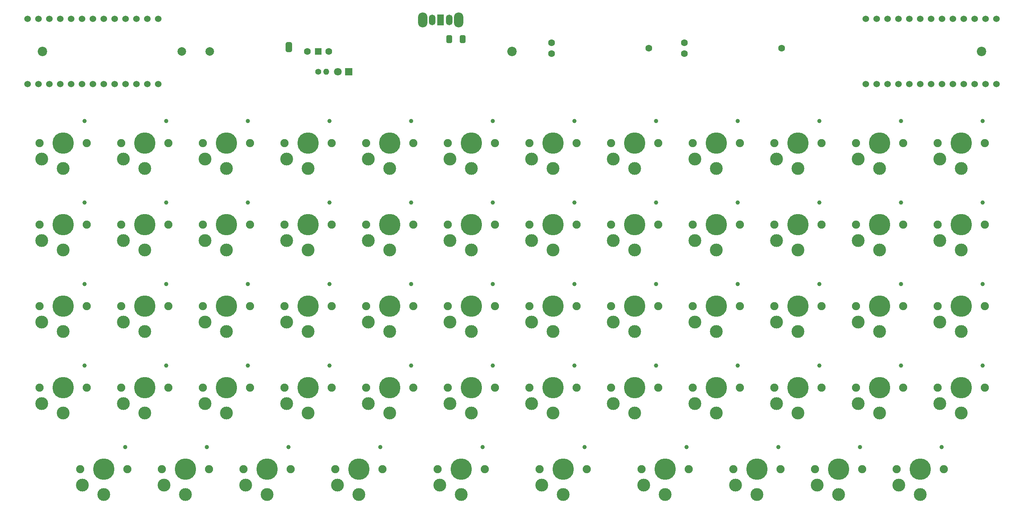
<source format=gbr>
%TF.GenerationSoftware,KiCad,Pcbnew,9.0.1*%
%TF.CreationDate,2025-05-11T16:24:07+09:00*%
%TF.ProjectId,Thinpact,5468696e-7061-4637-942e-6b696361645f,rev?*%
%TF.SameCoordinates,Original*%
%TF.FileFunction,Soldermask,Top*%
%TF.FilePolarity,Negative*%
%FSLAX46Y46*%
G04 Gerber Fmt 4.6, Leading zero omitted, Abs format (unit mm)*
G04 Created by KiCad (PCBNEW 9.0.1) date 2025-05-11 16:24:07*
%MOMM*%
%LPD*%
G01*
G04 APERTURE LIST*
G04 Aperture macros list*
%AMRoundRect*
0 Rectangle with rounded corners*
0 $1 Rounding radius*
0 $2 $3 $4 $5 $6 $7 $8 $9 X,Y pos of 4 corners*
0 Add a 4 corners polygon primitive as box body*
4,1,4,$2,$3,$4,$5,$6,$7,$8,$9,$2,$3,0*
0 Add four circle primitives for the rounded corners*
1,1,$1+$1,$2,$3*
1,1,$1+$1,$4,$5*
1,1,$1+$1,$6,$7*
1,1,$1+$1,$8,$9*
0 Add four rect primitives between the rounded corners*
20,1,$1+$1,$2,$3,$4,$5,0*
20,1,$1+$1,$4,$5,$6,$7,0*
20,1,$1+$1,$6,$7,$8,$9,0*
20,1,$1+$1,$8,$9,$2,$3,0*%
%AMFreePoly0*
4,1,23,0.500000,-0.750000,0.000000,-0.750000,0.000000,-0.745722,-0.065263,-0.745722,-0.191342,-0.711940,-0.304381,-0.646677,-0.396677,-0.554381,-0.461940,-0.441342,-0.495722,-0.315263,-0.495722,-0.250000,-0.500000,-0.250000,-0.500000,0.250000,-0.495722,0.250000,-0.495722,0.315263,-0.461940,0.441342,-0.396677,0.554381,-0.304381,0.646677,-0.191342,0.711940,-0.065263,0.745722,0.000000,0.745722,
0.000000,0.750000,0.500000,0.750000,0.500000,-0.750000,0.500000,-0.750000,$1*%
%AMFreePoly1*
4,1,23,0.000000,0.745722,0.065263,0.745722,0.191342,0.711940,0.304381,0.646677,0.396677,0.554381,0.461940,0.441342,0.495722,0.315263,0.495722,0.250000,0.500000,0.250000,0.500000,-0.250000,0.495722,-0.250000,0.495722,-0.315263,0.461940,-0.441342,0.396677,-0.554381,0.304381,-0.646677,0.191342,-0.711940,0.065263,-0.745722,0.000000,-0.745722,0.000000,-0.750000,-0.500000,-0.750000,
-0.500000,0.750000,0.000000,0.750000,0.000000,0.745722,0.000000,0.745722,$1*%
G04 Aperture macros list end*
%ADD10C,1.900000*%
%ADD11C,3.000000*%
%ADD12C,5.000000*%
%ADD13C,1.000000*%
%ADD14C,1.600000*%
%ADD15RoundRect,0.250000X-0.412500X-0.650000X0.412500X-0.650000X0.412500X0.650000X-0.412500X0.650000X0*%
%ADD16C,2.200000*%
%ADD17R,1.800000X1.800000*%
%ADD18C,1.800000*%
%ADD19R,1.500000X1.500000*%
%ADD20C,1.524000*%
%ADD21C,1.400000*%
%ADD22O,1.400000X1.400000*%
%ADD23O,2.200000X3.500000*%
%ADD24O,1.500000X2.500000*%
%ADD25R,1.500000X2.500000*%
%ADD26FreePoly0,270.000000*%
%ADD27FreePoly1,270.000000*%
%ADD28C,2.000000*%
G04 APERTURE END LIST*
%TO.C,JP1*%
G36*
X91550000Y-48850000D02*
G01*
X90050000Y-48850000D01*
X90050000Y-49150000D01*
X91550000Y-49150000D01*
X91550000Y-48850000D01*
G37*
%TD*%
D10*
%TO.C,SW51*%
X223100000Y-90487500D03*
D11*
X223600000Y-94187500D03*
D12*
X228600000Y-90487500D03*
D11*
X228600000Y-96387500D03*
D13*
X233600000Y-85337500D03*
D10*
X234100000Y-90487500D03*
%TD*%
%TO.C,SW56*%
X242150000Y-90487500D03*
D11*
X242650000Y-94187500D03*
D12*
X247650000Y-90487500D03*
D11*
X247650000Y-96387500D03*
D13*
X252650000Y-85337500D03*
D10*
X253150000Y-90487500D03*
%TD*%
%TO.C,SW35*%
X165950000Y-71437500D03*
D11*
X166450000Y-75137500D03*
D12*
X171450000Y-71437500D03*
D11*
X171450000Y-77337500D03*
D13*
X176450000Y-66287500D03*
D10*
X176950000Y-71437500D03*
%TD*%
%TO.C,SW33*%
X146900000Y-128587500D03*
D11*
X147400000Y-132287500D03*
D12*
X152400000Y-128587500D03*
D11*
X152400000Y-134487500D03*
D13*
X157400000Y-123437500D03*
D10*
X157900000Y-128587500D03*
%TD*%
%TO.C,SW48*%
X204050000Y-128587500D03*
D11*
X204550000Y-132287500D03*
D12*
X209550000Y-128587500D03*
D11*
X209550000Y-134487500D03*
D13*
X214550000Y-123437500D03*
D10*
X215050000Y-128587500D03*
%TD*%
D14*
%TO.C,BT1*%
X152100000Y-50521200D03*
X152100000Y-47981200D03*
X174800000Y-49251200D03*
%TD*%
D10*
%TO.C,SW23*%
X108800000Y-128587500D03*
D11*
X109300000Y-132287500D03*
D12*
X114300000Y-128587500D03*
D11*
X114300000Y-134487500D03*
D13*
X119300000Y-123437500D03*
D10*
X119800000Y-128587500D03*
%TD*%
%TO.C,SW32*%
X146900000Y-109537500D03*
D11*
X147400000Y-113237500D03*
D12*
X152400000Y-109537500D03*
D11*
X152400000Y-115437500D03*
D13*
X157400000Y-104387500D03*
D10*
X157900000Y-109537500D03*
%TD*%
%TO.C,SW49*%
X213575000Y-147637500D03*
D11*
X214075000Y-151337500D03*
D12*
X219075000Y-147637500D03*
D11*
X219075000Y-153537500D03*
D13*
X224075000Y-142487500D03*
D10*
X224575000Y-147637500D03*
%TD*%
D14*
%TO.C,BT2*%
X183056200Y-50521200D03*
X183056200Y-47981200D03*
X205756200Y-49251200D03*
%TD*%
D10*
%TO.C,SW40*%
X185000000Y-71437500D03*
D11*
X185500000Y-75137500D03*
D12*
X190500000Y-71437500D03*
D11*
X190500000Y-77337500D03*
D13*
X195500000Y-66287500D03*
D10*
X196000000Y-71437500D03*
%TD*%
%TO.C,SW47*%
X204050000Y-109537500D03*
D11*
X204550000Y-113237500D03*
D12*
X209550000Y-109537500D03*
D11*
X209550000Y-115437500D03*
D13*
X214550000Y-104387500D03*
D10*
X215050000Y-109537500D03*
%TD*%
%TO.C,SW18*%
X89750000Y-128587500D03*
D11*
X90250000Y-132287500D03*
D12*
X95250000Y-128587500D03*
D11*
X95250000Y-134487500D03*
D13*
X100250000Y-123437500D03*
D10*
X100750000Y-128587500D03*
%TD*%
%TO.C,SW53*%
X223100000Y-128587500D03*
D11*
X223600000Y-132287500D03*
D12*
X228600000Y-128587500D03*
D11*
X228600000Y-134487500D03*
D13*
X233600000Y-123437500D03*
D10*
X234100000Y-128587500D03*
%TD*%
%TO.C,SW19*%
X80225000Y-147637500D03*
D11*
X80725000Y-151337500D03*
D12*
X85725000Y-147637500D03*
D11*
X85725000Y-153537500D03*
D13*
X90725000Y-142487500D03*
D10*
X91225000Y-147637500D03*
%TD*%
%TO.C,SW7*%
X51650000Y-109537500D03*
D11*
X52150000Y-113237500D03*
D12*
X57150000Y-109537500D03*
D11*
X57150000Y-115437500D03*
D13*
X62150000Y-104387500D03*
D10*
X62650000Y-109537500D03*
%TD*%
%TO.C,SW9*%
X42125000Y-147637500D03*
D11*
X42625000Y-151337500D03*
D12*
X47625000Y-147637500D03*
D11*
X47625000Y-153537500D03*
D13*
X52625000Y-142487500D03*
D10*
X53125000Y-147637500D03*
%TD*%
%TO.C,SW14*%
X61175000Y-147637500D03*
D11*
X61675000Y-151337500D03*
D12*
X66675000Y-147637500D03*
D11*
X66675000Y-153537500D03*
D13*
X71675000Y-142487500D03*
D10*
X72175000Y-147637500D03*
%TD*%
%TO.C,SW42*%
X185000000Y-109537500D03*
D11*
X185500000Y-113237500D03*
D12*
X190500000Y-109537500D03*
D11*
X190500000Y-115437500D03*
D13*
X195500000Y-104387500D03*
D10*
X196000000Y-109537500D03*
%TD*%
D15*
%TO.C,C1*%
X128215600Y-47148700D03*
X131340600Y-47148700D03*
%TD*%
D10*
%TO.C,SW52*%
X223100000Y-109537500D03*
D11*
X223600000Y-113237500D03*
D12*
X228600000Y-109537500D03*
D11*
X228600000Y-115437500D03*
D13*
X233600000Y-104387500D03*
D10*
X234100000Y-109537500D03*
%TD*%
%TO.C,SW44*%
X194525000Y-147637500D03*
D11*
X195025000Y-151337500D03*
D12*
X200025000Y-147637500D03*
D11*
X200025000Y-153537500D03*
D13*
X205025000Y-142487500D03*
D10*
X205525000Y-147637500D03*
%TD*%
%TO.C,SW21*%
X108800000Y-90487500D03*
D11*
X109300000Y-94187500D03*
D12*
X114300000Y-90487500D03*
D11*
X114300000Y-96387500D03*
D13*
X119300000Y-85337500D03*
D10*
X119800000Y-90487500D03*
%TD*%
%TO.C,SW24*%
X101656300Y-147637500D03*
D11*
X102156300Y-151337500D03*
D12*
X107156300Y-147637500D03*
D11*
X107156300Y-153537500D03*
D13*
X112156300Y-142487500D03*
D10*
X112656300Y-147637500D03*
%TD*%
%TO.C,SW12*%
X70700000Y-109537500D03*
D11*
X71200000Y-113237500D03*
D12*
X76200000Y-109537500D03*
D11*
X76200000Y-115437500D03*
D13*
X81200000Y-104387500D03*
D10*
X81700000Y-109537500D03*
%TD*%
%TO.C,SW10*%
X70700000Y-71437500D03*
D11*
X71200000Y-75137500D03*
D12*
X76200000Y-71437500D03*
D11*
X76200000Y-77337500D03*
D13*
X81200000Y-66287500D03*
D10*
X81700000Y-71437500D03*
%TD*%
%TO.C,SW37*%
X165950000Y-109537500D03*
D11*
X166450000Y-113237500D03*
D12*
X171450000Y-109537500D03*
D11*
X171450000Y-115437500D03*
D13*
X176450000Y-104387500D03*
D10*
X176950000Y-109537500D03*
%TD*%
%TO.C,SW25*%
X127850000Y-71437500D03*
D11*
X128350000Y-75137500D03*
D12*
X133350000Y-71437500D03*
D11*
X133350000Y-77337500D03*
D13*
X138350000Y-66287500D03*
D10*
X138850000Y-71437500D03*
%TD*%
%TO.C,SW38*%
X165950000Y-128587500D03*
D11*
X166450000Y-132287500D03*
D12*
X171450000Y-128587500D03*
D11*
X171450000Y-134487500D03*
D13*
X176450000Y-123437500D03*
D10*
X176950000Y-128587500D03*
%TD*%
D16*
%TO.C,H1*%
X33337500Y-50006250D03*
%TD*%
D10*
%TO.C,SW11*%
X70700000Y-90487500D03*
D11*
X71200000Y-94187500D03*
D12*
X76200000Y-90487500D03*
D11*
X76200000Y-96387500D03*
D13*
X81200000Y-85337500D03*
D10*
X81700000Y-90487500D03*
%TD*%
%TO.C,SW58*%
X242150000Y-128587500D03*
D11*
X242650000Y-132287500D03*
D12*
X247650000Y-128587500D03*
D11*
X247650000Y-134487500D03*
D13*
X252650000Y-123437500D03*
D10*
X253150000Y-128587500D03*
%TD*%
D17*
%TO.C,D61*%
X104775000Y-54768700D03*
D18*
X102235000Y-54768700D03*
%TD*%
D19*
%TO.C,SW61*%
X97631300Y-50006200D03*
D14*
X95131300Y-50006200D03*
X100131300Y-50006200D03*
%TD*%
D10*
%TO.C,SW55*%
X242150000Y-71437500D03*
D11*
X242650000Y-75137500D03*
D12*
X247650000Y-71437500D03*
D11*
X247650000Y-77337500D03*
D13*
X252650000Y-66287500D03*
D10*
X253150000Y-71437500D03*
%TD*%
%TO.C,SW39*%
X173093800Y-147637500D03*
D11*
X173593800Y-151337500D03*
D12*
X178593800Y-147637500D03*
D11*
X178593800Y-153537500D03*
D13*
X183593800Y-142487500D03*
D10*
X184093800Y-147637500D03*
%TD*%
%TO.C,SW13*%
X70700000Y-128587500D03*
D11*
X71200000Y-132287500D03*
D12*
X76200000Y-128587500D03*
D11*
X76200000Y-134487500D03*
D13*
X81200000Y-123437500D03*
D10*
X81700000Y-128587500D03*
%TD*%
%TO.C,SW29*%
X125468800Y-147637500D03*
D11*
X125968800Y-151337500D03*
D12*
X130968800Y-147637500D03*
D11*
X130968800Y-153537500D03*
D13*
X135968800Y-142487500D03*
D10*
X136468800Y-147637500D03*
%TD*%
%TO.C,SW54*%
X232625000Y-147637500D03*
D11*
X233125000Y-151337500D03*
D12*
X238125000Y-147637500D03*
D11*
X238125000Y-153537500D03*
D13*
X243125000Y-142487500D03*
D10*
X243625000Y-147637500D03*
%TD*%
D20*
%TO.C,U2*%
X253365300Y-42396200D03*
X250825300Y-42396200D03*
X248285300Y-42396200D03*
X245745300Y-42396200D03*
X243205300Y-42396200D03*
X240665300Y-42396200D03*
X238125300Y-42396200D03*
X235585300Y-42396200D03*
X233045300Y-42396200D03*
X230505300Y-42396200D03*
X227965300Y-42396200D03*
X225425300Y-42396200D03*
X225425300Y-57616200D03*
X227965300Y-57616200D03*
X230505300Y-57616200D03*
X233045300Y-57616200D03*
X235585300Y-57616200D03*
X238125300Y-57616200D03*
X240665300Y-57616200D03*
X243205300Y-57616200D03*
X245745300Y-57616200D03*
X248285300Y-57616200D03*
X250825300Y-57616200D03*
X253365300Y-57616200D03*
X255905300Y-57616200D03*
X255905300Y-42396200D03*
%TD*%
D10*
%TO.C,SW57*%
X242150000Y-109537500D03*
D11*
X242650000Y-113237500D03*
D12*
X247650000Y-109537500D03*
D11*
X247650000Y-115437500D03*
D13*
X252650000Y-104387500D03*
D10*
X253150000Y-109537500D03*
%TD*%
%TO.C,SW22*%
X108800000Y-109537500D03*
D11*
X109300000Y-113237500D03*
D12*
X114300000Y-109537500D03*
D11*
X114300000Y-115437500D03*
D13*
X119300000Y-104387500D03*
D10*
X119800000Y-109537500D03*
%TD*%
%TO.C,SW46*%
X204050000Y-90487500D03*
D11*
X204550000Y-94187500D03*
D12*
X209550000Y-90487500D03*
D11*
X209550000Y-96387500D03*
D13*
X214550000Y-85337500D03*
D10*
X215050000Y-90487500D03*
%TD*%
%TO.C,SW5*%
X51650000Y-71437500D03*
D11*
X52150000Y-75137500D03*
D12*
X57150000Y-71437500D03*
D11*
X57150000Y-77337500D03*
D13*
X62150000Y-66287500D03*
D10*
X62650000Y-71437500D03*
%TD*%
%TO.C,SW31*%
X146900000Y-90487500D03*
D11*
X147400000Y-94187500D03*
D12*
X152400000Y-90487500D03*
D11*
X152400000Y-96387500D03*
D13*
X157400000Y-85337500D03*
D10*
X157900000Y-90487500D03*
%TD*%
%TO.C,SW17*%
X89750000Y-109537500D03*
D11*
X90250000Y-113237500D03*
D12*
X95250000Y-109537500D03*
D11*
X95250000Y-115437500D03*
D13*
X100250000Y-104387500D03*
D10*
X100750000Y-109537500D03*
%TD*%
%TO.C,SW2*%
X32600000Y-90487500D03*
D11*
X33100000Y-94187500D03*
D12*
X38100000Y-90487500D03*
D11*
X38100000Y-96387500D03*
D13*
X43100000Y-85337500D03*
D10*
X43600000Y-90487500D03*
%TD*%
D16*
%TO.C,H2*%
X142875000Y-50006250D03*
%TD*%
D10*
%TO.C,SW16*%
X89750000Y-90487500D03*
D11*
X90250000Y-94187500D03*
D12*
X95250000Y-90487500D03*
D11*
X95250000Y-96387500D03*
D13*
X100250000Y-85337500D03*
D10*
X100750000Y-90487500D03*
%TD*%
D21*
%TO.C,R1*%
X97631300Y-54768700D03*
D22*
X99531300Y-54768700D03*
%TD*%
D10*
%TO.C,SW3*%
X32600000Y-109537500D03*
D11*
X33100000Y-113237500D03*
D12*
X38100000Y-109537500D03*
D11*
X38100000Y-115437500D03*
D13*
X43100000Y-104387500D03*
D10*
X43600000Y-109537500D03*
%TD*%
%TO.C,SW36*%
X165950000Y-90487500D03*
D11*
X166450000Y-94187500D03*
D12*
X171450000Y-90487500D03*
D11*
X171450000Y-96387500D03*
D13*
X176450000Y-85337500D03*
D10*
X176950000Y-90487500D03*
%TD*%
%TO.C,SW1*%
X32600000Y-71437500D03*
D11*
X33100000Y-75137500D03*
D12*
X38100000Y-71437500D03*
D11*
X38100000Y-77337500D03*
D13*
X43100000Y-66287500D03*
D10*
X43600000Y-71437500D03*
%TD*%
%TO.C,SW26*%
X127850000Y-90487500D03*
D11*
X128350000Y-94187500D03*
D12*
X133350000Y-90487500D03*
D11*
X133350000Y-96387500D03*
D13*
X138350000Y-85337500D03*
D10*
X138850000Y-90487500D03*
%TD*%
D20*
%TO.C,U1*%
X32384800Y-57616200D03*
X34924800Y-57616200D03*
X37464800Y-57616200D03*
X40004800Y-57616200D03*
X42544800Y-57616200D03*
X45084800Y-57616200D03*
X47624800Y-57616200D03*
X50164800Y-57616200D03*
X52704800Y-57616200D03*
X55244800Y-57616200D03*
X57784800Y-57616200D03*
X60324800Y-57616200D03*
X60324800Y-42396200D03*
X57784800Y-42396200D03*
X55244800Y-42396200D03*
X52704800Y-42396200D03*
X50164800Y-42396200D03*
X47624800Y-42396200D03*
X45084800Y-42396200D03*
X42544800Y-42396200D03*
X40004800Y-42396200D03*
X37464800Y-42396200D03*
X34924800Y-42396200D03*
X32384800Y-42396200D03*
X29844800Y-42396200D03*
X29844800Y-57616200D03*
%TD*%
D10*
%TO.C,SW28*%
X127850000Y-128587500D03*
D11*
X128350000Y-132287500D03*
D12*
X133350000Y-128587500D03*
D11*
X133350000Y-134487500D03*
D13*
X138350000Y-123437500D03*
D10*
X138850000Y-128587500D03*
%TD*%
D23*
%TO.C,SW60*%
X130406300Y-42624400D03*
X122006300Y-42624400D03*
D24*
X128206300Y-42624400D03*
D25*
X126206300Y-42624400D03*
D24*
X124206300Y-42624400D03*
%TD*%
D10*
%TO.C,SW15*%
X89750000Y-71437500D03*
D11*
X90250000Y-75137500D03*
D12*
X95250000Y-71437500D03*
D11*
X95250000Y-77337500D03*
D13*
X100250000Y-66287500D03*
D10*
X100750000Y-71437500D03*
%TD*%
%TO.C,SW45*%
X204050000Y-71437500D03*
D11*
X204550000Y-75137500D03*
D12*
X209550000Y-71437500D03*
D11*
X209550000Y-77337500D03*
D13*
X214550000Y-66287500D03*
D10*
X215050000Y-71437500D03*
%TD*%
%TO.C,SW30*%
X146900000Y-71437500D03*
D11*
X147400000Y-75137500D03*
D12*
X152400000Y-71437500D03*
D11*
X152400000Y-77337500D03*
D13*
X157400000Y-66287500D03*
D10*
X157900000Y-71437500D03*
%TD*%
D26*
%TO.C,JP1*%
X90800000Y-48350000D03*
D27*
X90800000Y-49650000D03*
%TD*%
D10*
%TO.C,SW50*%
X223100000Y-71437500D03*
D11*
X223600000Y-75137500D03*
D12*
X228600000Y-71437500D03*
D11*
X228600000Y-77337500D03*
D13*
X233600000Y-66287500D03*
D10*
X234100000Y-71437500D03*
%TD*%
%TO.C,SW41*%
X185000000Y-90487500D03*
D11*
X185500000Y-94187500D03*
D12*
X190500000Y-90487500D03*
D11*
X190500000Y-96387500D03*
D13*
X195500000Y-85337500D03*
D10*
X196000000Y-90487500D03*
%TD*%
%TO.C,SW8*%
X51650000Y-128587500D03*
D11*
X52150000Y-132287500D03*
D12*
X57150000Y-128587500D03*
D11*
X57150000Y-134487500D03*
D13*
X62150000Y-123437500D03*
D10*
X62650000Y-128587500D03*
%TD*%
%TO.C,SW20*%
X108800000Y-71437500D03*
D11*
X109300000Y-75137500D03*
D12*
X114300000Y-71437500D03*
D11*
X114300000Y-77337500D03*
D13*
X119300000Y-66287500D03*
D10*
X119800000Y-71437500D03*
%TD*%
%TO.C,SW34*%
X149281300Y-147637500D03*
D11*
X149781300Y-151337500D03*
D12*
X154781300Y-147637500D03*
D11*
X154781300Y-153537500D03*
D13*
X159781300Y-142487500D03*
D10*
X160281300Y-147637500D03*
%TD*%
%TO.C,SW43*%
X185000000Y-128587500D03*
D11*
X185500000Y-132287500D03*
D12*
X190500000Y-128587500D03*
D11*
X190500000Y-134487500D03*
D13*
X195500000Y-123437500D03*
D10*
X196000000Y-128587500D03*
%TD*%
%TO.C,SW6*%
X51650000Y-90487500D03*
D11*
X52150000Y-94187500D03*
D12*
X57150000Y-90487500D03*
D11*
X57150000Y-96387500D03*
D13*
X62150000Y-85337500D03*
D10*
X62650000Y-90487500D03*
%TD*%
%TO.C,SW4*%
X32600000Y-128587500D03*
D11*
X33100000Y-132287500D03*
D12*
X38100000Y-128587500D03*
D11*
X38100000Y-134487500D03*
D13*
X43100000Y-123437500D03*
D10*
X43600000Y-128587500D03*
%TD*%
%TO.C,SW27*%
X127850000Y-109537500D03*
D11*
X128350000Y-113237500D03*
D12*
X133350000Y-109537500D03*
D11*
X133350000Y-115437500D03*
D13*
X138350000Y-104387500D03*
D10*
X138850000Y-109537500D03*
%TD*%
D16*
%TO.C,H3*%
X252412500Y-50006250D03*
%TD*%
D28*
%TO.C,SW59*%
X65806300Y-50006200D03*
X72306300Y-50006200D03*
%TD*%
M02*

</source>
